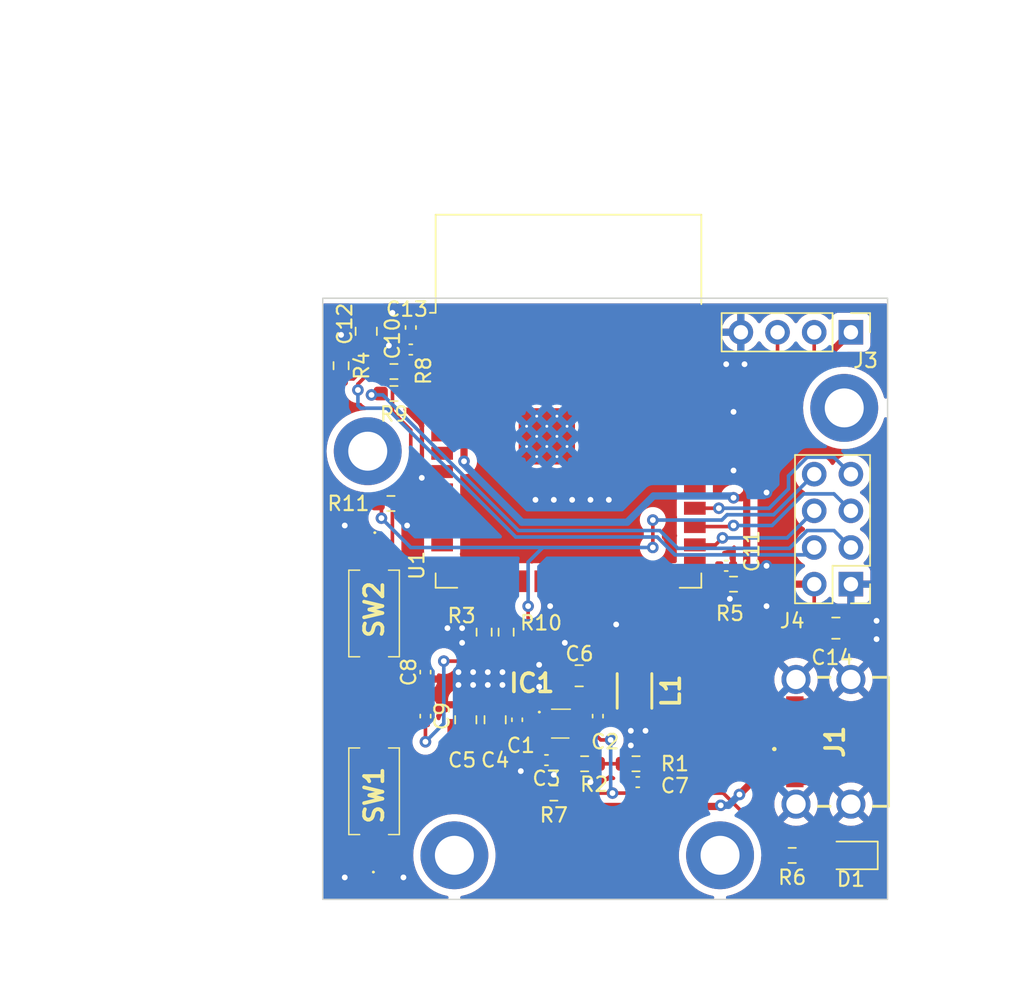
<source format=kicad_pcb>
(kicad_pcb (version 20221018) (generator pcbnew)
  (layers (0 "F.Cu" signal) (31 "B.Cu" signal) (34 "B.Paste" user) (35 "F.Paste" user) (36 "B.SilkS" user "B.Silkscreen") (37 "F.SilkS" user "F.Silkscreen") (38 "B.Mask" user) (39 "F.Mask" user) (44 "Edge.Cuts" user))
  (net 0 "")
  (net 1 "GND")
  (net 2 "Net-(D1-A)")
  (net 3 "+5V")
  (net 4 "Net-(IC1-VCC)")
  (net 5 "Net-(IC1-FB)")
  (net 6 "Net-(IC1-PG)")
  (net 7 "Net-(IC1-BST)")
  (net 8 "Net-(IC1-SW)")
  (net 11 "+3V3")
  (net 12 "CSN")
  (net 13 "CE")
  (net 14 "SPI_CLK")
  (net 15 "SPI_MOSI")
  (net 16 "SPI_MISO")
  (net 17 "IRQ")
  (net 18 "BOOT")
  (net 19 "EN")
  (net 20 "Net-(U1-GPIO4{slash}TOUCH4{slash}ADC1_CH3)")
  (net 21 "Net-(U1-GPIO5{slash}TOUCH5{slash}ADC1_CH4)")
  (net 26 "Net-(U1-GPIO17{slash}U1TXD{slash}ADC2_CH6)")
  (net 32 "GPIO46")
  (net 33 "Net-(U1-GPIO9{slash}TOUCH9{slash}ADC1_CH8{slash}FSPIHD{slash}SUBSPIHD)")
  (net 48 "RXD0")
  (net 49 "TXD0")
  (footprint "Resistor_SMD:R_0603_1608Metric_Pad0.98x0.95mm_HandSolder" (layer "F.Cu") (at 72.4935 47.244 180)
    (fp_text reference "R9" (at 0 -1.43) (layer "F.SilkS"))
    (fp_text value "R0")
    (pad "1" smd roundrect (at -0.9125 0 180) (size 0.975 0.95) (layers "F.Cu" "F.Paste" "F.Mask") (net 21 "Net-(U1-GPIO5{slash}TOUCH5{slash}ADC1_CH4)"))
    (pad "2" smd roundrect (at 0.9125 0 180) (size 0.975 0.95) (layers "F.Cu" "F.Paste" "F.Mask") (net 12 "CSN"))
  )
  (footprint "libraries:PTS636SP50SMTRLFS" (layer "F.Cu") (at 71.12 62.484 -90)
    (fp_text reference "SW2" (at -0.275 0 90) (layer "F.SilkS") (effects (font (size 1.27 1.27) (thickness 0.254))))
    (fp_text value "SW_Omron_B3FS" hide)
    (pad "1" smd rect (at -4.1 0) (size 1.5 2) (layers "F.Cu" "F.Paste" "F.Mask") (net 1 "GND"))
    (pad "2" smd rect (at 4.1 0) (size 1.5 2) (layers "F.Cu" "F.Paste" "F.Mask") (net 19 "EN"))
  )
  (footprint "Capacitor_SMD:C_0805_2012Metric_Pad1.18x1.45mm_HandSolder" (layer "F.Cu") (at 103.1025 63.5)
    (fp_text reference "C14" (at -0.254 2.032) (layer "F.SilkS"))
    (fp_text value "100uF")
    (pad "1" smd roundrect (at -1.0375 0) (size 1.175 1.45) (layers "F.Cu" "F.Paste" "F.Mask") (roundrect_rratio 0.2127659574) (net 11 "+3V3"))
    (pad "2" smd roundrect (at 1.0375 0) (size 1.175 1.45) (layers "F.Cu" "F.Paste" "F.Mask") (roundrect_rratio 0.2127659574) (net 1 "GND"))
  )
  (footprint "Capacitor_SMD:C_0805_2012Metric_Pad1.18x1.45mm_HandSolder" (layer "F.Cu") (at 77.47 69.85 90)
    (fp_text reference "C5" (at -2.794 -0.254 180) (layer "F.SilkS"))
    (fp_text value "10uF")
    (pad "1" smd roundrect (at -1.0375 0 90) (size 1.175 1.45) (layers "F.Cu" "F.Paste" "F.Mask") (roundrect_rratio 0.2127659574) (net 3 "+5V"))
    (pad "2" smd roundrect (at 1.0375 0 90) (size 1.175 1.45) (layers "F.Cu" "F.Paste" "F.Mask") (roundrect_rratio 0.2127659574) (net 1 "GND"))
  )
  (footprint "Resistor_SMD:R_0603_1608Metric_Pad0.98x0.95mm_HandSolder" (layer "F.Cu") (at 96.012 60.452 180)
    (fp_text reference "R5" (at 0.254 -2.032) (layer "F.SilkS"))
    (fp_text value "10k")
    (pad "1" smd roundrect (at -0.9125 0 180) (size 0.975 0.95) (layers "F.Cu" "F.Paste" "F.Mask") (net 11 "+3V3"))
    (pad "2" smd roundrect (at 0.9125 0 180) (size 0.975 0.95) (layers "F.Cu" "F.Paste" "F.Mask") (net 18 "BOOT"))
  )
  (footprint "Capacitor_SMD:C_0402_1005Metric" (layer "F.Cu") (at 89.38 74.168 180)
    (fp_text reference "C7" (at -2.568 -0.254) (layer "F.SilkS"))
    (fp_text value "22pF")
    (pad "1" smd roundrect (at -0.48 0 180) (size 0.56 0.62) (layers "F.Cu" "F.Paste" "F.Mask") (net 11 "+3V3"))
    (pad "2" smd roundrect (at 0.48 0 180) (size 0.56 0.62) (layers "F.Cu" "F.Paste" "F.Mask") (net 5 "Net-(IC1-FB)"))
  )
  (footprint "Capacitor_SMD:C_0805_2012Metric_Pad1.18x1.45mm_HandSolder" (layer "F.Cu") (at 85.3225 66.802 180)
    (fp_text reference "C6" (at -0.0215 1.524) (layer "F.SilkS"))
    (fp_text value "22uF")
    (pad "1" smd roundrect (at -1.0375 0 180) (size 1.175 1.45) (layers "F.Cu" "F.Paste" "F.Mask") (roundrect_rratio 0.2127659574) (net 11 "+3V3"))
    (pad "2" smd roundrect (at 1.0375 0 180) (size 1.175 1.45) (layers "F.Cu" "F.Paste" "F.Mask") (roundrect_rratio 0.2127659574) (net 1 "GND"))
  )
  (footprint "libraries:2171750001" (layer "F.Cu") (at 103.29 71.376 90)
    (fp_text reference "J1" (at 0 -0.252 90) (layer "F.SilkS") (effects (font (size 1.27 1.27) (thickness 0.254))))
    (fp_text value "217175-0001" hide)
    (pad "A5" smd rect (at -0.5 -3.03 90) (size 0.7 1.2) (layers "F.Cu" "F.Paste" "F.Mask"))
    (pad "A9" smd rect (at 1.52 -3.03 90) (size 0.76 1.2) (layers "F.Cu" "F.Paste" "F.Mask") (net 3 "+5V"))
    (pad "A12" smd rect (at 2.75 -3.03 90) (size 0.8 1.2) (layers "F.Cu" "F.Paste" "F.Mask") (net 1 "GND"))
    (pad "B5" smd rect (at 0.5 -3.03 90) (size 0.7 1.2) (layers "F.Cu" "F.Paste" "F.Mask"))
    (pad "B9" smd rect (at -1.52 -3.03 90) (size 0.76 1.2) (layers "F.Cu" "F.Paste" "F.Mask") (net 3 "+5V"))
    (pad "B12" smd rect (at -2.75 -3.03 90) (size 0.8 1.2) (layers "F.Cu" "F.Paste" "F.Mask") (net 1 "GND"))
    (pad "MH1" thru_hole circle (at -4.32 0.85 90) (size 2.01 2.01) (drill 1.34) (layers "*.Cu" "*.Mask") (net 1 "GND"))
    (pad "MH2" thru_hole circle (at 4.32 0.85 90) (size 2.01 2.01) (drill 1.34) (layers "*.Cu" "*.Mask") (net 1 "GND"))
    (pad "MH3" thru_hole circle (at -4.32 -2.95 90) (size 2.01 2.01) (drill 1.34) (layers "*.Cu" "*.Mask") (net 1 "GND"))
    (pad "MH4" thru_hole circle (at 4.32 -2.95 90) (size 2.01 2.01) (drill 1.34) (layers "*.Cu" "*.Mask") (net 1 "GND"))
  )
  (footprint "Capacitor_SMD:C_0402_1005Metric" (layer "F.Cu") (at 73.66 42.672 -90)
    (fp_text reference "C13" (at -1.27 0.266747 -180) (layer "F.SilkS"))
    (fp_text value "0.1uF")
    (pad "1" smd roundrect (at -0.48 0 270) (size 0.56 0.62) (layers "F.Cu" "F.Paste" "F.Mask") (net 1 "GND"))
    (pad "2" smd roundrect (at 0.48 0 270) (size 0.56 0.62) (layers "F.Cu" "F.Paste" "F.Mask") (net 11 "+3V3"))
  )
  (footprint "Capacitor_SMD:C_0402_1005Metric" (layer "F.Cu") (at 86.614 69.596 90)
    (fp_text reference "C2" (at -1.778 0.508 180) (layer "F.SilkS"))
    (fp_text value "0.1uF")
    (pad "1" smd roundrect (at -0.48 0 90) (size 0.56 0.62) (layers "F.Cu" "F.Paste" "F.Mask") (net 7 "Net-(IC1-BST)"))
    (pad "2" smd roundrect (at 0.48 0 90) (size 0.56 0.62) (layers "F.Cu" "F.Paste" "F.Mask") (net 8 "Net-(IC1-SW)"))
  )
  (footprint "Capacitor_SMD:C_0402_1005Metric" (layer "F.Cu") (at 74.676 66.548 90)
    (fp_text reference "C8" (at 0 -1.16 90) (layer "F.SilkS"))
    (fp_text value "0.1uF")
    (pad "1" smd roundrect (at -0.48 0 90) (size 0.56 0.62) (layers "F.Cu" "F.Paste" "F.Mask") (net 1 "GND"))
    (pad "2" smd roundrect (at 0.48 0 90) (size 0.56 0.62) (layers "F.Cu" "F.Paste" "F.Mask") (net 19 "EN"))
  )
  (footprint "MountingHole:MountingHole_2.7mm_M2.5_DIN965_Pad" (layer "F.Cu") (at 70.68 51.24)
    (fp_text reference "REF**" hide)
    (fp_text value "MountingHole_2.7mm_M2.5_DIN965_Pad")
    (pad "1" thru_hole circle (at 0 0) (size 4.7 4.7) (drill 2.7) (layers "*.Cu" "*.Mask"))
  )
  (footprint "libraries:INDPM2424X100N" (layer "F.Cu") (at 89.154 67.852 90)
    (fp_text reference "L1" (at 0 2.526 90) (layer "F.SilkS") (effects (font (size 1.27 1.27) (thickness 0.254))))
    (fp_text value "3.3uH" hide)
    (pad "1" smd rect (at -1.05 0 90) (size 1.5 1.55) (layers "F.Cu" "F.Paste" "F.Mask") (net 8 "Net-(IC1-SW)"))
    (pad "2" smd rect (at 1.05 0 90) (size 1.5 1.55) (layers "F.Cu" "F.Paste" "F.Mask") (net 11 "+3V3"))
  )
  (footprint "Resistor_SMD:R_0603_1608Metric_Pad0.98x0.95mm_HandSolder" (layer "F.Cu") (at 68.834 45.3155 -90)
    (fp_text reference "R4" (at 0 -1.43 90) (layer "F.SilkS"))
    (fp_text value "10k")
    (pad "1" smd roundrect (at -0.9125 0 270) (size 0.975 0.95) (layers "F.Cu" "F.Paste" "F.Mask") (net 11 "+3V3"))
    (pad "2" smd roundrect (at 0.9125 0 270) (size 0.975 0.95) (layers "F.Cu" "F.Paste" "F.Mask") (net 19 "EN"))
  )
  (footprint "Capacitor_SMD:C_0402_1005Metric" (layer "F.Cu") (at 95.504 59.182 180)
    (fp_text reference "C11" (at -1.778 1.016 90) (layer "F.SilkS"))
    (fp_text value "0.1uF")
    (pad "1" smd roundrect (at -0.48 0 180) (size 0.56 0.62) (layers "F.Cu" "F.Paste" "F.Mask") (net 1 "GND"))
    (pad "2" smd roundrect (at 0.48 0 180) (size 0.56 0.62) (layers "F.Cu" "F.Paste" "F.Mask") (net 18 "BOOT"))
  )
  (footprint "" (layer "F.Cu") (at 95.08 79.24)
    (fp_text reference "" (at 0 0) (layer "F.SilkS") (effects (font (size 1.27 1.27))))
    (fp_text value "" (at 0 0) (layer "F.SilkS") (effects (font (size 1.27 1.27))))
    (pad "1" thru_hole circle (at 0 0) (size 4.7 4.7) (drill 2.7) (layers "*.Cu" "*.Mask"))
  )
  (footprint "Capacitor_SMD:C_0402_1005Metric" (layer "F.Cu") (at 73.66 44.196)
    (fp_text reference "C10" (at -1.27 -0.762 -90) (layer "F.SilkS"))
    (fp_text value "0.1uF")
    (pad "1" smd roundrect (at -0.48 0) (size 0.56 0.62) (layers "F.Cu" "F.Paste" "F.Mask") (net 1 "GND"))
    (pad "2" smd roundrect (at 0.48 0) (size 0.56 0.62) (layers "F.Cu" "F.Paste" "F.Mask") (net 19 "EN"))
  )
  (footprint "libraries:ESP32-S3-WROOM-1" (layer "F.Cu") (at 84.582 47.752)
    (fp_text reference "U1" (at -10.5 11.4 90 unlocked) (layer "F.SilkS"))
    (fp_text value "ESP32-S3-WROOM-1")
    (pad "1" smd rect (at -8.75 -5.26) (size 1.5 0.9) (layers "F.Cu" "F.Paste" "F.Mask") (net 1 "GND"))
    (pad "2" smd rect (at -8.75 -3.99) (size 1.5 0.9) (layers "F.Cu" "F.Paste" "F.Mask") (net 11 "+3V3"))
    (pad "3" smd rect (at -8.75 -2.72) (size 1.5 0.9) (layers "F.Cu" "F.Paste" "F.Mask") (net 19 "EN"))
    (pad "4" smd rect (at -8.75 -1.45) (size 1.5 0.9) (layers "F.Cu" "F.Paste" "F.Mask") (net 20 "Net-(U1-GPIO4{slash}TOUCH4{slash}ADC1_CH3)"))
    (pad "5" smd rect (at -8.75 -0.18) (size 1.5 0.9) (layers "F.Cu" "F.Paste" "F.Mask") (net 21 "Net-(U1-GPIO5{slash}TOUCH5{slash}ADC1_CH4)"))
    (pad "6" smd rect (at -8.75 1.09) (size 1.5 0.9) (layers "F.Cu" "F.Paste" "F.Mask"))
    (pad "7" smd rect (at -8.75 2.36) (size 1.5 0.9) (layers "F.Cu" "F.Paste" "F.Mask"))
    (pad "8" smd rect (at -8.75 3.63) (size 1.5 0.9) (layers "F.Cu" "F.Paste" "F.Mask"))
    (pad "9" smd rect (at -8.75 4.9) (size 1.5 0.9) (layers "F.Cu" "F.Paste" "F.Mask"))
    (pad "10" smd rect (at -8.75 6.17) (size 1.5 0.9) (layers "F.Cu" "F.Paste" "F.Mask") (net 26 "Net-(U1-GPIO17{slash}U1TXD{slash}ADC2_CH6)"))
    (pad "11" smd rect (at -8.75 7.44) (size 1.5 0.9) (layers "F.Cu" "F.Paste" "F.Mask"))
    (pad "12" smd rect (at -8.75 8.71) (size 1.5 0.9) (layers "F.Cu" "F.Paste" "F.Mask"))
    (pad "13" smd rect (at -8.75 9.98) (size 1.5 0.9) (layers "F.Cu" "F.Paste" "F.Mask"))
    (pad "14" smd rect (at -8.75 11.25 180) (size 1.5 0.9) (layers "F.Cu" "F.Paste" "F.Mask"))
    (pad "15" smd rect (at -6.985 12.5 270) (size 1.5 0.9) (layers "F.Cu" "F.Paste" "F.Mask"))
    (pad "16" smd rect (at -5.715 12.5 270) (size 1.5 0.9) (layers "F.Cu" "F.Paste" "F.Mask") (net 32 "GPIO46"))
    (pad "17" smd rect (at -4.445 12.5 270) (size 1.5 0.9) (layers "F.Cu" "F.Paste" "F.Mask") (net 33 "Net-(U1-GPIO9{slash}TOUCH9{slash}ADC1_CH8{slash}FSPIHD{slash}SUBSPIHD)"))
    (pad "18" smd rect (at -3.175 12.5 270) (size 1.5 0.9) (layers "F.Cu" "F.Paste" "F.Mask"))
    (pad "19" smd rect (at -1.905 12.5 270) (size 1.5 0.9) (layers "F.Cu" "F.Paste" "F.Mask"))
    (pad "20" smd rect (at -0.635 12.5 270) (size 1.5 0.9) (layers "F.Cu" "F.Paste" "F.Mask"))
    (pad "21" smd rect (at 0.635 12.5 270) (size 1.5 0.9) (layers "F.Cu" "F.Paste" "F.Mask"))
    (pad "22" smd rect (at 1.905 12.5 270) (size 1.5 0.9) (layers "F.Cu" "F.Paste" "F.Mask"))
    (pad "23" smd rect (at 3.175 12.5 270) (size 1.5 0.9) (layers "F.Cu" "F.Paste" "F.Mask"))
    (pad "24" smd rect (at 4.445 12.5 270) (size 1.5 0.9) (layers "F.Cu" "F.Paste" "F.Mask"))
    (pad "25" smd rect (at 5.715 12.5 270) (size 1.5 0.9) (layers "F.Cu" "F.Paste" "F.Mask"))
    (pad "26" smd rect (at 6.985 12.5 270) (size 1.5 0.9) (layers "F.Cu" "F.Paste" "F.Mask"))
    (pad "27" smd rect (at 8.75 11.25) (size 1.5 0.9) (layers "F.Cu" "F.Paste" "F.Mask") (net 18 "BOOT"))
    (pad "28" smd rect (at 8.75 9.98) (size 1.5 0.9) (layers "F.Cu" "F.Paste" "F.Mask") (net 15 "SPI_MOSI"))
    (pad "29" smd rect (at 8.75 8.71) (size 1.5 0.9) (layers "F.Cu" "F.Paste" "F.Mask") (net 14 "SPI_CLK"))
    (pad "30" smd rect (at 8.75 7.44) (size 1.5 0.9) (layers "F.Cu" "F.Paste" "F.Mask") (net 16 "SPI_MISO"))
    (pad "31" smd rect (at 8.75 6.17) (size 1.5 0.9) (layers "F.Cu" "F.Paste" "F.Mask"))
    (pad "32" smd rect (at 8.75 4.9) (size 1.5 0.9) (layers "F.Cu" "F.Paste" "F.Mask"))
    (pad "33" smd rect (at 8.75 3.63) (size 1.5 0.9) (layers "F.Cu" "F.Paste" "F.Mask"))
    (pad "34" smd rect (at 8.75 2.36) (size 1.5 0.9) (layers "F.Cu" "F.Paste" "F.Mask"))
    (pad "35" smd rect (at 8.75 1.09) (size 1.5 0.9) (layers "F.Cu" "F.Paste" "F.Mask"))
    (pad "36" smd rect (at 8.75 -0.18) (size 1.5 0.9) (layers "F.Cu" "F.Paste" "F.Mask") (net 48 "RXD0"))
    (pad "37" smd rect (at 8.75 -1.45) (size 1.5 0.9) (layers "F.Cu" "F.Paste" "F.Mask") (net 49 "TXD0"))
    (pad "38" smd rect (at 8.75 -2.72) (size 1.5 0.9) (layers "F.Cu" "F.Paste" "F.Mask"))
    (pad "39" smd rect (at 8.75 -3.99) (size 1.5 0.9) (layers "F.Cu" "F.Paste" "F.Mask"))
    (pad "40" smd rect (at 8.75 -5.26) (size 1.5 0.9) (layers "F.Cu" "F.Paste" "F.Mask") (net 1 "GND"))
    (pad "41" thru_hole circle (at -2.9 1.76 90) (size 0.6 0.6) (drill 0.2) (property pad_prop_heatsink) (layers "*.Cu" "F.Mask") (net 1 "GND"))
    (pad "41" thru_hole circle (at -2.9 3.16) (size 0.6 0.6) (drill 0.2) (property pad_prop_heatsink) (layers "*.Cu" "F.Mask") (net 1 "GND"))
    (pad "41" thru_hole circle (at -2.2 1.06) (size 0.6 0.6) (drill 0.2) (property pad_prop_heatsink) (layers "*.Cu" "F.Mask") (net 1 "GND"))
    (pad "41" thru_hole circle (at -2.2 2.46) (size 0.6 0.6) (drill 0.2) (property pad_prop_heatsink) (layers "*.Cu" "F.Mask") (net 1 "GND"))
    (pad "41" thru_hole circle (at -2.2 3.86) (size 0.6 0.6) (drill 0.2) (property pad_prop_heatsink) (layers "*.Cu" "F.Mask") (net 1 "GND"))
    (pad "41" thru_hole circle (at -1.5 1.76) (size 0.6 0.6) (drill 0.2) (property pad_prop_heatsink) (layers "*.Cu" "F.Mask") (net 1 "GND"))
    (pad "41" smd rect (at -1.5 2.46 270) (size 3.9 3.9) (layers "F.Cu" "F.Mask") (net 1 "GND"))
    (pad "41" thru_hole circle (at -1.5 3.16) (size 0.6 0.6) (drill 0.2) (property pad_prop_heatsink) (layers "*.Cu" "F.Mask") (net 1 "GND"))
    (pad "41" thru_hole circle (at -0.8 1.06) (size 0.6 0.6) (drill 0.2) (property pad_prop_heatsink) (layers "*.Cu" "F.Mask") (net 1 "GND"))
    (pad "41" thru_hole circle (at -0.8 2.46) (size 0.6 0.6) (drill 0.2) (property pad_prop_heatsink) (layers "*.Cu" "F.Mask") (net 1 "GND"))
    (pad "41" thru_hole circle (at -0.8 3.86) (size 0.6 0.6) (drill 0.2) (property pad_prop_heatsink) (layers "*.Cu" "F.Mask") (net 1 "GND"))
    (pad "41" thru_hole circle (at -0.1 1.76) (size 0.6 0.6) (drill 0.2) (property pad_prop_heatsink) (layers "*.Cu" "F.Mask") (net 1 "GND"))
    (pad "41" thru_hole circle (at -0.1 3.16) (size 0.6 0.6) (drill 0.2) (property pad_prop_heatsink) (layers "*.Cu" "F.Mask") (net 1 "GND"))
    (zone (net 0) (net_name "") (layers "F.Cu" "In1.Cu" "B.Cu") (connect_pads (clearance 0)) (min_thickness 0.254)
      (keepout (tracks not_allowed) (vias not_allowed) (pads not_allowed) (copperpour not_allowed) (footprints not_allowed))
      (fill (thermal_gap 0.508) (thermal_bridge_width 0.508))
      (polygon (pts (xy 60.582 41.002) (xy 108.582 41.002) (xy 108.582 20.002) (xy 60.582 20.002)))
    )
  )
  (footprint "Resistor_SMD:R_0603_1608Metric_Pad0.98x0.95mm_HandSolder" (layer "F.Cu") (at 78.74 63.7775 -90)
    (fp_text reference "R3" (at -1.1375 1.56 -180) (layer "F.SilkS"))
    (fp_text value "2k")
    (pad "1" smd roundrect (at -0.9125 0 270) (size 0.975 0.95) (layers "F.Cu" "F.Paste" "F.Mask") (net 32 "GPIO46"))
    (pad "2" smd roundrect (at 0.9125 0 270) (size 0.975 0.95) (layers "F.Cu" "F.Paste" "F.Mask") (net 1 "GND"))
  )
  (footprint "libraries:MP2322GQHZ" (layer "F.Cu") (at 84.012 70.116)
    (fp_text reference "IC1" (at -1.97 -2.806) (layer "F.SilkS") (effects (font (size 1.27 1.27) (thickness 0.254))))
    (fp_text value "MP2322GQH-Z" hide)
    (pad "1" smd rect (at -0.675 -0.75 90) (size 0.25 0.75) (layers "F.Cu" "F.Paste" "F.Mask") (net 1 "GND"))
    (pad "2" smd rect (at -0.7 -0.25 90) (size 0.25 0.7) (layers "F.Cu" "F.Paste" "F.Mask") (net 3 "+5V"))
    (pad "3" smd rect (at -0.7 0.25 90) (size 0.25 0.7) (layers "F.Cu" "F.Paste" "F.Mask") (net 3 "+5V"))
    (pad "4" smd rect (at -0.7 0.75 90) (size 0.25 0.7) (layers "F.Cu" "F.Paste" "F.Mask") (net 4 "Net-(IC1-VCC)"))
    (pad "5" smd rect (at 0.7 0.75 90) (size 0.25 0.7) (layers "F.Cu" "F.Paste" "F.Mask") (net 5 "Net-(IC1-FB)"))
    (pad "6" smd rect (at 0.7 0.25 90) (size 0.25 0.7) (layers "F.Cu" "F.Paste" "F.Mask") (net 6 "Net-(IC1-PG)"))
    (pad "7" smd rect (at 0.7 -0.25 90) (size 0.25 0.7) (layers "F.Cu" "F.Paste" "F.Mask") (net 7 "Net-(IC1-BST)"))
    (pad "8" smd rect (at 0.7 -0.75 90) (size 0.25 0.7) (layers "F.Cu" "F.Paste" "F.Mask") (net 8 "Net-(IC1-SW)"))
  )
  (footprint "Resistor_SMD:R_0603_1608Metric_Pad0.98x0.95mm_HandSolder" (layer "F.Cu") (at 72.4935 45.72 180)
    (fp_text reference "R8" (at -2.05741 0.049901 90) (layer "F.SilkS"))
    (fp_text value "R0")
    (pad "1" smd roundrect (at -0.9125 0 180) (size 0.975 0.95) (layers "F.Cu" "F.Paste" "F.Mask") (net 20 "Net-(U1-GPIO4{slash}TOUCH4{slash}ADC1_CH3)"))
    (pad "2" smd roundrect (at 0.9125 0 180) (size 0.975 0.95) (layers "F.Cu" "F.Paste" "F.Mask") (net 13 "CE"))
  )
  (footprint "Capacitor_SMD:C_0402_1005Metric" (layer "F.Cu") (at 83.058 72.644)
    (fp_text reference "C3" (at 0 1.27) (layer "F.SilkS"))
    (fp_text value "1uF")
    (pad "1" smd roundrect (at -0.48 0) (size 0.56 0.62) (layers "F.Cu" "F.Paste" "F.Mask") (net 4 "Net-(IC1-VCC)"))
    (pad "2" smd roundrect (at 0.48 0) (size 0.56 0.62) (layers "F.Cu" "F.Paste" "F.Mask") (net 1 "GND"))
  )
  (footprint "libraries:PTS636SP50SMTRLFS" (layer "F.Cu") (at 71.12 74.803 90)
    (fp_text reference "SW1" (at -0.275 0 90) (layer "F.SilkS") (effects (font (size 1.27 1.27) (thickness 0.254))))
    (fp_text value "SW_Omron_B3FS" hide)
    (pad "1" smd rect (at -4.1 0 180) (size 1.5 2) (layers "F.Cu" "F.Paste" "F.Mask") (net 1 "GND"))
    (pad "2" smd rect (at 4.1 0 180) (size 1.5 2) (layers "F.Cu" "F.Paste" "F.Mask") (net 18 "BOOT"))
  )
  (footprint "Resistor_SMD:R_0603_1608Metric_Pad0.98x0.95mm_HandSolder" (layer "F.Cu") (at 85.7015 72.898 180)
    (fp_text reference "R2" (at -0.6585 -1.43) (layer "F.SilkS"))
    (fp_text value "220k")
    (pad "1" smd roundrect (at -0.9125 0 180) (size 0.975 0.95) (layers "F.Cu" "F.Paste" "F.Mask") (net 5 "Net-(IC1-FB)"))
    (pad "2" smd roundrect (at 0.9125 0 180) (size 0.975 0.95) (layers "F.Cu" "F.Paste" "F.Mask") (net 1 "GND"))
  )
  (footprint "Resistor_SMD:R_0603_1608Metric_Pad0.98x0.95mm_HandSolder" (layer "F.Cu") (at 100.076 79.248)
    (fp_text reference "R6" (at 0 1.524) (layer "F.SilkS"))
    (fp_text value "75R")
    (pad "1" smd roundrect (at -0.9125 0) (size 0.975 0.95) (layers "F.Cu" "F.Paste" "F.Mask") (net 6 "Net-(IC1-PG)"))
    (pad "2" smd roundrect (at 0.9125 0) (size 0.975 0.95) (layers "F.Cu" "F.Paste" "F.Mask") (net 2 "Net-(D1-A)"))
  )
  (footprint "Connector_PinHeader_2.54mm:PinHeader_1x04_P2.54mm_Vertical" (layer "F.Cu") (at 104.14 43 -90)
    (fp_text reference "J3" (at 1.958 -1.016 -180) (layer "F.SilkS"))
    (fp_text value "DEBUG")
    (pad "1" thru_hole rect (at 0 0 270) (size 1.7 1.7) (drill 1) (layers "*.Cu" "*.Mask") (net 11 "+3V3"))
    (pad "2" thru_hole oval (at 0 2.54 270) (size 1.7 1.7) (drill 1) (layers "*.Cu" "*.Mask") (net 48 "RXD0"))
    (pad "3" thru_hole oval (at 0 5.08 270) (size 1.7 1.7) (drill 1) (layers "*.Cu" "*.Mask") (net 49 "TXD0"))
    (pad "4" thru_hole oval (at 0 7.62 270) (size 1.7 1.7) (drill 1) (layers "*.Cu" "*.Mask") (net 1 "GND"))
  )
  (footprint "Capacitor_SMD:C_0805_2012Metric_Pad1.18x1.45mm_HandSolder" (layer "F.Cu") (at 79.502 69.85 90)
    (fp_text reference "C4" (at -2.794 0 180) (layer "F.SilkS"))
    (fp_text value "10uF")
    (pad "1" smd roundrect (at -1.0375 0 90) (size 1.175 1.45) (layers "F.Cu" "F.Paste" "F.Mask") (roundrect_rratio 0.2127659574) (net 3 "+5V"))
    (pad "2" smd roundrect (at 1.0375 0 90) (size 1.175 1.45) (layers "F.Cu" "F.Paste" "F.Mask") (roundrect_rratio 0.2127659574) (net 1 "GND"))
  )
  (footprint "" (layer "F.Cu") (at 76.68 79.24)
    (fp_text reference "" (at 0 0) (layer "F.SilkS") (effects (font (size 1.27 1.27))))
    (fp_text value "" (at 0 0) (layer "F.SilkS") (effects (font (size 1.27 1.27))))
    (pad "1" thru_hole circle (at 0 0) (size 4.7 4.7) (drill 2.7) (layers "*.Cu" "*.Mask"))
  )
  (footprint "Capacitor_SMD:C_0402_1005Metric" (layer "F.Cu") (at 74.676 69.596 -90)
    (fp_text reference "C9" (at 0 -1.16 90) (layer "F.SilkS"))
    (fp_text value "0.1uF")
    (pad "1" smd roundrect (at -0.48 0 270) (size 0.56 0.62) (layers "F.Cu" "F.Paste" "F.Mask") (net 1 "GND"))
    (pad "2" smd roundrect (at 0.48 0 270) (size 0.56 0.62) (layers "F.Cu" "F.Paste" "F.Mask") (net 18 "BOOT"))
  )
  (footprint "Connector_PinHeader_2.54mm:PinHeader_2x04_P2.54mm_Vertical" (layer "F.Cu") (at 104.14 60.452 180)
    (fp_text reference "J4" (at 4.064 -2.54) (layer "F.SilkS"))
    (fp_text value "NRF24L01+")
    (pad "1" thru_hole rect (at 0 0 180) (size 1.7 1.7) (drill 1) (layers "*.Cu" "*.Mask") (net 1 "GND"))
    (pad "2" thru_hole oval (at 2.54 0 180) (size 1.7 1.7) (drill 1) (layers "*.Cu" "*.Mask") (net 11 "+3V3"))
    (pad "3" thru_hole oval (at 0 2.54 180) (size 1.7 1.7) (drill 1) (layers "*.Cu" "*.Mask") (net 12 "CSN"))
    (pad "4" thru_hole oval (at 2.54 2.54 180) (size 1.7 1.7) (drill 1) (layers "*.Cu" "*.Mask") (net 13 "CE"))
    (pad "5" thru_hole oval (at 0 5.08 180) (size 1.7 1.7) (drill 1) (layers "*.Cu" "*.Mask") (net 14 "SPI_CLK"))
    (pad "6" thru_hole oval (at 2.54 5.08 180) (size 1.7 1.7) (drill 1) (layers "*.Cu" "*.Mask") (net 15 "SPI_MOSI"))
    (pad "7" thru_hole oval (at 0 7.62 180) (size 1.7 1.7) (drill 1) (layers "*.Cu" "*.Mask") (net 16 "SPI_MISO"))
    (pad "8" thru_hole oval (at 2.54 7.62 180) (size 1.7 1.7) (drill 1) (layers "*.Cu" "*.Mask") (net 17 "IRQ"))
  )
  (footprint "LED_SMD:LED_0805_2012Metric_Pad1.15x1.40mm_HandSolder" (layer "F.Cu") (at 104.14 79.248 180)
    (fp_text reference "D1" (at 0 -1.65) (layer "F.SilkS"))
    (fp_text value "LED_Small")
    (pad "1" smd roundrect (at -1.025 0 180) (size 1.15 1.4) (layers "F.Cu" "F.Paste" "F.Mask") (roundrect_rratio 0.2173913043) (net 1 "GND"))
    (pad "2" smd roundrect (at 1.025 0 180) (size 1.15 1.4) (layers "F.Cu" "F.Paste" "F.Mask") (roundrect_rratio 0.2173913043) (net 2 "Net-(D1-A)"))
  )
  (footprint "Resistor_SMD:R_0603_1608Metric_Pad0.98x0.95mm_HandSolder" (layer "F.Cu") (at 83.566 74.93)
    (fp_text reference "R7" (at 0 1.524) (layer "F.SilkS"))
    (fp_text value "100k")
    (pad "1" smd roundrect (at -0.9125 0) (size 0.975 0.95) (layers "F.Cu" "F.Paste" "F.Mask") (net 4 "Net-(IC1-VCC)"))
    (pad "2" smd roundrect (at 0.9125 0) (size 0.975 0.95) (layers "F.Cu" "F.Paste" "F.Mask") (net 6 "Net-(IC1-PG)"))
  )
  (footprint "Capacitor_SMD:C_0805_2012Metric_Pad1.18x1.45mm_HandSolder" (layer "F.Cu") (at 70.575921 42.93398 -90)
    (fp_text reference "C12" (at -0.51598 1.487921 90) (layer "F.SilkS"))
    (fp_text value "22uF")
    (pad "1" smd roundrect (at -1.0375 0 270) (size 1.175 1.45) (layers "F.Cu" "F.Paste" "F.Mask") (roundrect_rratio 0.2127659574) (net 1 "GND"))
    (pad "2" smd roundrect (at 1.0375 0 270) (size 1.175 1.45) (layers "F.Cu" "F.Paste" "F.Mask") (roundrect_rratio 0.2127659574) (net 11 "+3V3"))
  )
  (footprint "Resistor_SMD:R_0603_1608Metric_Pad0.98x0.95mm_HandSolder" (layer "F.Cu") (at 72.2865 54.864 180)
    (fp_text reference "R11" (at 2.9445 0) (layer "F.SilkS"))
    (fp_text value "R0")
    (pad "1" smd roundrect (at -0.9125 0 180) (size 0.975 0.95) (layers "F.Cu" "F.Paste" "F.Mask") (net 26 "Net-(U1-GPIO17{slash}U1TXD{slash}ADC2_CH6)"))
    (pad "2" smd roundrect (at 0.9125 0 180) (size 0.975 0.95) (layers "F.Cu" "F.Paste" "F.Mask") (net 17 "IRQ"))
  )
  (footprint "Resistor_SMD:R_0603_1608Metric_Pad0.98x0.95mm_HandSolder" (layer "F.Cu") (at 80.264 63.7775 -90)
    (fp_text reference "R10" (at -0.6375 -2.416 -180) (layer "F.SilkS"))
    (fp_text value "R0")
    (pad "1" smd roundrect (at -0.9125 0 270) (size 0.975 0.95) (layers "F.Cu" "F.Paste" "F.Mask") (net 33 "Net-(U1-GPIO9{slash}TOUCH9{slash}ADC1_CH8{slash}FSPIHD{slash}SUBSPIHD)"))
    (pad "2" smd roundrect (at 0.9125 0 270) (size 0.975 0.95) (layers "F.Cu" "F.Paste" "F.Mask") (net 17 "IRQ"))
  )
  (footprint "Capacitor_SMD:C_0402_1005Metric" (layer "F.Cu") (at 81.026 69.85 90)
    (fp_text reference "C1" (at -1.778 0.254 180) (layer "F.SilkS"))
    (fp_text value "0.1uF")
    (pad "1" smd roundrect (at -0.48 0 90) (size 0.56 0.62) (layers "F.Cu" "F.Paste" "F.Mask") (net 3 "+5V"))
    (pad "2" smd roundrect (at 0.48 0 90) (size 0.56 0.62) (layers "F.Cu" "F.Paste" "F.Mask") (net 1 "GND"))
  )
  (footprint "Resistor_SMD:R_0603_1608Metric_Pad0.98x0.95mm_HandSolder" (layer "F.Cu") (at 89.2575 72.898 180)
    (fp_text reference "R1" (at -2.6905 0) (layer "F.SilkS"))
    (fp_text value "976k")
    (pad "1" smd roundrect (at -0.9125 0 180) (size 0.975 0.95) (layers "F.Cu" "F.Paste" "F.Mask") (net 11 "+3V3"))
    (pad "2" smd roundrect (at 0.9125 0 180) (size 0.975 0.95) (layers "F.Cu" "F.Paste" "F.Mask") (net 5 "Net-(IC1-FB)"))
  )
  (footprint "" (layer "F.Cu") (at 103.68 48.24)
    (fp_text reference "" (at 0 0) (layer "F.SilkS") (effects (font (size 1.27 1.27))))
    (fp_text value "" (at 0 0) (layer "F.SilkS") (effects (font (size 1.27 1.27))))
    (pad "1" thru_hole circle (at 0 0) (size 4.7 4.7) (drill 2.7) (layers "*.Cu" "*.Mask"))
  )
  (gr_rect (start 67.564 40.64) (end 106.68 82.296) (stroke (width 0.1)) (fill none) (layer "Edge.Cuts"))
  (segment (start 95.984 59.182) (end 95.984 61.242) (width 0.25) (layer "F.Cu") (net 1))
  (segment (start 95.984 61.242) (end 95.758 61.468) (width 0.25) (layer "F.Cu") (net 1))
  (via (at 76.962 66.548) (size 0.8) (drill 0.4) (layers "F.Cu" "B.Cu") (net 1))
  (via (at 89.916 70.612) (size 0.8) (drill 0.4) (layers "F.Cu" "B.Cu") (net 1))
  (via (at 98.298 59.182) (size 0.8) (drill 0.4) (layers "F.Cu" "B.Cu") (net 1))
  (via (at 73.152 80.772) (size 0.8) (drill 0.4) (layers "F.Cu" "B.Cu") (net 1))
  (via (at 86.106 74.168) (size 0.8) (drill 0.4) (layers "F.Cu" "B.Cu") (net 1))
  (via (at 68.834 43.18) (size 0.8) (drill 0.4) (layers "F.Cu" "B.Cu") (net 1))
  (via (at 72.39 41.656) (size 0.8) (drill 0.4) (layers "F.Cu" "B.Cu") (net 1))
  (via (at 84.328 64.516) (size 0.8) (drill 0.4) (layers "F.Cu" "B.Cu") (net 1))
  (via (at 72.143702 43.921368) (size 0.8) (drill 0.4) (layers "F.Cu" "B.Cu") (net 1))
  (via (at 76.2 63.5) (size 0.8) (drill 0.4) (layers "F.Cu" "B.Cu") (net 1))
  (via (at 82.55 67.564) (size 0.8) (drill 0.4) (layers "F.Cu" "B.Cu") (net 1))
  (via (at 77.978 66.548) (size 0.8) (drill 0.4) (layers "F.Cu" "B.Cu") (net 1))
  (via (at 82.55 66.04) (size 0.8) (drill 0.4) (layers "F.Cu" "B.Cu") (net 1))
  (via (at 80.01 66.548) (size 0.8) (drill 0.4) (layers "F.Cu" "B.Cu") (net 1))
  (via (at 74.422 53.086) (size 0.8) (drill 0.4) (layers "F.Cu" "B.Cu") (net 1))
  (via (at 82.296 54.61) (size 0.8) (drill 0.4) (layers "F.Cu" "B.Cu") (net 1))
  (via (at 105.918 62.992) (size 0.8) (drill 0.4) (layers "F.Cu" "B.Cu") (net 1))
  (via (at 80.01 67.437) (size 0.8) (drill 0.4) (layers "F.Cu" "B.Cu") (net 1))
  (via (at 83.566 54.61) (size 0.8) (drill 0.4) (layers "F.Cu" "B.Cu") (net 1))
  (via (at 73.406 56.388) (size 0.8) (drill 0.4) (layers "F.Cu" "B.Cu") (net 1))
  (via (at 76.962 67.437) (size 0.8) (drill 0.4) (layers "F.Cu" "B.Cu") (net 1))
  (via (at 77.216 63.5) (size 0.8) (drill 0.4) (layers "F.Cu" "B.Cu") (net 1))
  (via (at 87.884 63.246) (size 0.8) (drill 0.4) (layers "F.Cu" "B.Cu") (net 1))
  (via (at 78.994 67.437) (size 0.8) (drill 0.4) (layers "F.Cu" "B.Cu") (net 1))
  (via (at 77.216 64.516) (size 0.8) (drill 0.4) (layers "F.Cu" "B.Cu") (net 1))
  (via (at 78.994 66.548) (size 0.8) (drill 0.4) (layers "F.Cu" "B.Cu") (net 1))
  (via (at 83.312 61.976) (size 0.8) (drill 0.4) (layers "F.Cu" "B.Cu") (net 1))
  (via (at 95.758 61.468) (size 0.8) (drill 0.4) (layers "F.Cu" "B.Cu") (net 1))
  (via (at 95.504 45.212) (size 0.8) (drill 0.4) (layers "F.Cu" "B.Cu") (net 1))
  (via (at 81.28 73.406) (size 0.8) (drill 0.4) (layers "F.Cu" "B.Cu") (net 1))
  (via (at 83.566 73.66) (size 0.8) (drill 0.4) (layers "F.Cu" "B.Cu") (net 1))
  (via (at 105.918 64.262) (size 0.8) (drill 0.4) (layers "F.Cu" "B.Cu") (net 1))
  (via (at 88.9 71.628) (size 0.8) (drill 0.4) (layers "F.Cu" "B.Cu") (net 1))
  (via (at 98.298 54.102) (size 0.8) (drill 0.4) (layers "F.Cu" "B.Cu") (net 1))
  (via (at 86.106 54.61) (size 0.8) (drill 0.4) (layers "F.Cu" "B.Cu") (net 1))
  (via (at 98.298 61.976) (size 0.8) (drill 0.4) (layers "F.Cu" "B.Cu") (net 1))
  (via (at 88.9 70.612) (size 0.8) (drill 0.4) (layers "F.Cu" "B.Cu") (net 1))
  (via (at 96.774 45.212) (size 0.8) (drill 0.4) (layers "F.Cu" "B.Cu") (net 1))
  (via (at 77.978 67.437) (size 0.8) (drill 0.4) (layers "F.Cu" "B.Cu") (net 1))
  (via (at 87.376 54.61) (size 0.8) (drill 0.4) (layers "F.Cu" "B.Cu") (net 1))
  (via (at 69.088 80.772) (size 0.8) (drill 0.4) (layers "F.Cu" "B.Cu") (net 1))
  (via (at 96.012 48.514) (size 0.8) (drill 0.4) (layers "F.Cu" "B.Cu") (net 1))
  (via (at 69.088 56.388) (size 0.8) (drill 0.4) (layers "F.Cu" "B.Cu") (net 1))
  (via (at 96.012 52.578) (size 0.8) (drill 0.4) (layers "F.Cu" "B.Cu") (net 1))
  (via (at 84.836 54.61) (size 0.8) (drill 0.4) (layers "F.Cu" "B.Cu") (net 1))
  (segment (start 103.115 79.248) (end 100.9885 79.248) (width 0.25) (layer "F.Cu") (net 2))
  (segment (start 101.346 70.112) (end 101.346 72.64) (width 0.5) (layer "F.Cu") (net 3))
  (segment (start 95.0495 75.855) (end 82.118728 75.855) (width 0.5) (layer "F.Cu") (net 3))
  (segment (start 79.502 73.238272) (end 79.502 70.8875) (width 0.5) (layer "F.Cu") (net 3))
  (segment (start 100.26 69.856) (end 101.09 69.856) (width 0.5) (layer "F.Cu") (net 3))
  (segment (start 95.125826 75.778674) (end 95.0495 75.855) (width 0.5) (layer "F.Cu") (net 3))
  (segment (start 83.312 70.366) (end 83.312 69.866) (width 0.25) (layer "F.Cu") (net 3))
  (segment (start 98.554 72.896) (end 100.26 72.896) (width 0.5) (layer "F.Cu") (net 3))
  (segment (start 82.118728 75.855) (end 79.502 73.238272) (width 0.5) (layer "F.Cu") (net 3))
  (segment (start 101.346 72.64) (end 101.09 72.896) (width 0.5) (layer "F.Cu") (net 3))
  (segment (start 101.09 72.896) (end 100.26 72.896) (width 0.5) (layer "F.Cu") (net 3))
  (segment (start 96.423174 75.026826) (end 98.554 72.896) (width 0.5) (layer "F.Cu") (net 3))
  (segment (start 101.09 69.856) (end 101.346 70.112) (width 0.5) (layer "F.Cu") (net 3))
  (via (at 96.423174 75.026826) (size 0.8) (drill 0.4) (layers "F.Cu" "B.Cu") (net 3))
  (via (at 95.125826 75.778674) (size 0.8) (drill 0.4) (layers "F.Cu" "B.Cu") (net 3))
  (segment (start 95.125826 75.778674) (end 95.671326 75.778674) (width 0.5) (layer "B.Cu") (net 3))
  (segment (start 95.671326 75.778674) (end 96.423174 75.026826) (width 0.5) (layer "B.Cu") (net 3))
  (segment (start 82.578 71.6) (end 83.312 70.866) (width 0.25) (layer "F.Cu") (net 4))
  (segment (start 82.6535 74.93) (end 82.6535 72.7195) (width 0.25) (layer "F.Cu") (net 4))
  (segment (start 82.6535 72.7195) (end 82.578 72.644) (width 0.25) (layer "F.Cu") (net 4))
  (segment (start 82.578 72.644) (end 82.578 71.6) (width 0.25) (layer "F.Cu") (net 4))
  (segment (start 88.9 73.453) (end 88.345 72.898) (width 0.25) (layer "F.Cu") (net 5))
  (segment (start 86.614 72.898) (end 86.614 72.114) (width 0.25) (layer "F.Cu") (net 5))
  (segment (start 86.614 72.114) (end 85.366 70.866) (width 0.25) (layer "F.Cu") (net 5))
  (segment (start 88.9 74.168) (end 88.9 73.453) (width 0.25) (layer "F.Cu") (net 5))
  (segment (start 85.366 70.866) (end 84.712 70.866) (width 0.25) (layer "F.Cu") (net 5))
  (segment (start 86.614 72.898) (end 88.345 72.898) (width 0.25) (layer "F.Cu") (net 5))
  (segment (start 87.63 74.93) (end 95.30175 74.93) (width 0.25) (layer "F.Cu") (net 6))
  (segment (start 95.30175 74.93) (end 99.1635 78.79175) (width 0.25) (layer "F.Cu") (net 6))
  (segment (start 87.63 74.93) (end 84.4785 74.93) (width 0.25) (layer "F.Cu") (net 6))
  (segment (start 99.1635 78.79175) (end 99.1635 79.248) (width 0.25) (layer "F.Cu") (net 6))
  (segment (start 85.936391 70.366) (end 86.817391 71.247) (width 0.25) (layer "F.Cu") (net 6))
  (segment (start 86.817391 71.247) (end 87.503 71.247) (width 0.25) (layer "F.Cu") (net 6))
  (segment (start 84.712 70.366) (end 85.936391 70.366) (width 0.25) (layer "F.Cu") (net 6))
  (via (at 87.503 71.247) (size 0.8) (drill 0.4) (layers "F.Cu" "B.Cu") (net 6))
  (via (at 87.63 74.93) (size 0.8) (drill 0.4) (layers "F.Cu" "B.Cu") (net 6))
  (segment (start 87.63 74.93) (end 87.503 74.803) (width 0.25) (layer "B.Cu") (net 6))
  (segment (start 87.503 74.803) (end 87.503 71.247) (width 0.25) (layer "B.Cu") (net 6))
  (segment (start 84.712 69.866) (end 86.404 69.866) (width 0.25) (layer "F.Cu") (net 7))
  (segment (start 86.404 69.866) (end 86.614 70.076) (width 0.25) (layer "F.Cu") (net 7))
  (segment (start 84.712 69.366) (end 86.364 69.366) (width 0.25) (layer "F.Cu") (net 8))
  (segment (start 86.364 69.366) (end 86.614 69.116) (width 0.25) (layer "F.Cu") (net 8))
  (segment (start 90.17 72.898) (end 90.17 71.882) (width 0.5) (layer "F.Cu") (net 11))
  (segment (start 70.64 43.152) (end 73.66 43.152) (width 0.25) (layer "F.Cu") (net 11))
  (segment (start 101.6 60.452) (end 96.9245 60.452) (width 0.5) (layer "F.Cu") (net 11))
  (segment (start 70.575921 43.216079) (end 70.64 43.152) (width 0.25) (layer "F.Cu") (net 11))
  (segment (start 90.429 66.802) (end 89.154 66.802) (width 0.5) (layer "F.Cu") (net 11))
  (segment (start 89.86 74.168) (end 89.86 73.208) (width 0.25) (layer "F.Cu") (net 11))
  (segment (start 74.832 43.762) (end 74.222 43.152) (width 0.25) (layer "F.Cu") (net 11))
  (segment (start 100.149568 45.72) (end 96.9245 48.945068) (width 0.5) (layer "F.Cu") (net 11))
  (segment (start 75.832 43.762) (end 74.832 43.762) (width 0.25) (layer "F.Cu") (net 11))
  (segment (start 70.575921 43.97148) (end 70.575921 43.216079) (width 0.25) (layer "F.Cu") (net 11))
  (segment (start 101.6 61.976) (end 102.065 62.441) (width 0.25) (layer "F.Cu") (net 11))
  (segment (start 70.144401 44.403) (end 70.575921 43.97148) (width 0.25) (layer "F.Cu") (net 11))
  (segment (start 102.065 62.441) (end 102.065 63.5) (width 0.25) (layer "F.Cu") (net 11))
  (segment (start 96.9245 54.102) (end 96.9245 60.452) (width 0.5) (layer "F.Cu") (net 11))
  (segment (start 101.42 45.72) (end 100.149568 45.72) (width 0.5) (layer "F.Cu") (net 11))
  (segment (start 77.347299 44.447299) (end 76.662 43.762) (width 0.5) (layer "F.Cu") (net 11))
  (segment (start 96.9245 61.8255) (end 96.199 62.551) (width 0.5) (layer "F.Cu") (net 11))
  (segment (start 70.351401 44.196) (end 69.596 44.196) (width 0.25) (layer "F.Cu") (net 11))
  (segment (start 96.012 54.4675) (end 96.559 54.4675) (width 0.5) (layer "F.Cu") (net 11))
  (segment (start 69.596 44.196) (end 69.389 44.403) (width 0.25) (layer "F.Cu") (net 11))
  (segment (start 69.389 44.403) (end 68.834 44.403) (width 0.25) (layer "F.Cu") (net 11))
  (segment (start 74.222 43.152) (end 73.66 43.152) (width 0.25) (layer "F.Cu") (net 11))
  (segment (start 96.199 62.551) (end 90.357 62.551) (width 0.5) (layer "F.Cu") (net 11))
  (segment (start 89.86 73.208) (end 90.17 72.898) (width 0.25) (layer "F.Cu") (net 11))
  (segment (start 89.154 63.754) (end 89.154 66.802) (width 0.5) (layer "F.Cu") (net 11))
  (segment (start 96.9245 60.452) (end 96.9245 61.8255) (width 0.5) (layer "F.Cu") (net 11))
  (segment (start 101.6 60.452) (end 101.6 61.976) (width 0.25) (layer "F.Cu") (net 11))
  (segment (start 91.44 70.612) (end 91.44 67.813) (width 0.5) (layer "F.Cu") (net 11))
  (segment (start 102.065 63.5) (end 101.6 63.035) (width 0.25) (layer "F.Cu") (net 11))
  (segment (start 91.44 67.813) (end 90.429 66.802) (width 0.5) (layer "F.Cu") (net 11))
  (segment (start 96.559 54.4675) (end 96.9245 54.102) (width 0.5) (layer "F.Cu") (net 11))
  (segment (start 90.17 71.882) (end 91.44 70.612) (width 0.5) (layer "F.Cu") (net 11))
  (segment (start 77.347299 51.938701) (end 77.347299 44.447299) (width 0.5) (layer "F.Cu") (net 11))
  (segment (start 104.14 43) (end 101.42 45.72) (width 0.5) (layer "F.Cu") (net 11))
  (segment (start 76.662 43.762) (end 75.832 43.762) (width 0.5) (layer "F.Cu") (net 11))
  (segment (start 70.575921 43.97148) (end 70.351401 44.196) (width 0.25) (layer "F.Cu") (net 11))
  (segment (start 96.9245 48.945068) (end 96.9245 54.102) (width 0.5) (layer "F.Cu") (net 11))
  (segment (start 90.357 62.551) (end 89.154 63.754) (width 0.5) (layer "F.Cu") (net 11))
  (segment (start 89.154 66.802) (end 86.36 66.802) (width 0.5) (layer "F.Cu") (net 11))
  (via (at 77.347299 51.938701) (size 0.8) (drill 0.4) (layers "F.Cu" "B.Cu") (net 11))
  (via (at 96.012 54.4675) (size 0.8) (drill 0.4) (layers "F.Cu" "B.Cu") (net 11))
  (segment (start 77.241586 52.044414) (end 77.347299 51.938701) (width 0.5) (layer "B.Cu") (net 11))
  (segment (start 96.012 54.4675) (end 95.8865 54.342) (width 0.5) (layer "B.Cu") (net 11))
  (segment (start 95.8865 54.342) (end 90.466 54.342) (width 0.5) (layer "B.Cu") (net 11))
  (segment (start 88.392 56.162) (end 81.359172 56.162) (width 0.5) (layer "B.Cu") (net 11))
  (segment (start 90.466 54.342) (end 88.646 56.162) (width 0.5) (layer "B.Cu") (net 11))
  (segment (start 81.359172 56.162) (end 77.241586 52.044414) (width 0.5) (layer "B.Cu") (net 11))
  (segment (start 88.646 56.162) (end 88.392 56.162) (width 0.5) (layer "B.Cu") (net 11))
  (segment (start 71.03577 47.244) (end 71.581 47.244) (width 0.25) (layer "F.Cu") (net 12))
  (segment (start 70.939968 47.339802) (end 71.03577 47.244) (width 0.25) (layer "F.Cu") (net 12))
  (via (at 70.939968 47.339802) (size 0.8) (drill 0.4) (layers "F.Cu" "B.Cu") (net 12))
  (segment (start 81.121 56.737) (end 90.910951 56.737) (width 0.25) (layer "B.Cu") (net 12))
  (segment (start 90.910951 56.737) (end 92.143951 57.97) (width 0.25) (layer "B.Cu") (net 12))
  (segment (start 102.965 56.737) (end 104.14 57.912) (width 0.25) (layer "B.Cu") (net 12))
  (segment (start 70.939968 47.339802) (end 71.723802 47.339802) (width 0.25) (layer "B.Cu") (net 12))
  (segment (start 71.723802 47.339802) (end 81.121 56.737) (width 0.25) (layer "B.Cu") (net 12))
  (segment (start 92.143951 57.97) (end 99.880299 57.97) (width 0.25) (layer "B.Cu") (net 12))
  (segment (start 101.113299 56.737) (end 102.965 56.737) (width 0.25) (layer "B.Cu") (net 12))
  (segment (start 99.880299 57.97) (end 101.113299 56.737) (width 0.25) (layer "B.Cu") (net 12))
  (segment (start 70.866 45.72) (end 70 46.586) (width 0.25) (layer "F.Cu") (net 13))
  (segment (start 70 46.586) (end 70 47) (width 0.25) (layer "F.Cu") (net 13))
  (segment (start 71.581 45.72) (end 70.866 45.72) (width 0.25) (layer "F.Cu") (net 13))
  (via (at 70 47) (size 0.8) (drill 0.4) (layers "F.Cu" "B.Cu") (net 13))
  (segment (start 70 48.076305) (end 70.183695 48.26) (width 0.25) (layer "B.Cu") (net 13))
  (segment (start 72.007604 48.26) (end 80.934604 57.187) (width 0.25) (layer "B.Cu") (net 13))
  (segment (start 80.934604 57.187) (end 90.724555 57.187) (width 0.25) (layer "B.Cu") (net 13))
  (segment (start 91.957555 58.42) (end 101.092 58.42) (width 0.25) (layer "B.Cu") (net 13))
  (segment (start 70.183695 48.26) (end 72.007604 48.26) (width 0.25) (layer "B.Cu") (net 13))
  (segment (start 70 47) (end 70 48.076305) (width 0.25) (layer "B.Cu") (net 13))
  (segment (start 90.724555 57.187) (end 91.957555 58.42) (width 0.25) (layer "B.Cu") (net 13))
  (segment (start 101.092 58.42) (end 101.6 57.912) (width 0.25) (layer "B.Cu") (net 13))
  (segment (start 95.938 56.462) (end 93.332 56.462) (width 0.25) (layer "F.Cu") (net 14))
  (segment (start 96.012 56.388) (end 95.938 56.462) (width 0.25) (layer "F.Cu") (net 14))
  (via (at 96.012 56.388) (size 0.8) (drill 0.4) (layers "F.Cu" "B.Cu") (net 14))
  (segment (start 100.871396 54.197) (end 98.680396 56.388) (width 0.25) (layer "B.Cu") (net 14))
  (segment (start 104.14 55.372) (end 102.965 54.197) (width 0.25) (layer "B.Cu") (net 14))
  (segment (start 102.965 54.197) (end 100.871396 54.197) (width 0.25) (layer "B.Cu") (net 14))
  (segment (start 98.680396 56.388) (end 96.012 56.388) (width 0.25) (layer "B.Cu") (net 14))
  (segment (start 94.7635 57.732) (end 95.25 57.2455) (width 0.25) (layer "F.Cu") (net 15))
  (segment (start 93.332 57.732) (end 94.7635 57.732) (width 0.25) (layer "F.Cu") (net 15))
  (via (at 95.25 57.2455) (size 0.8) (drill 0.4) (layers "F.Cu" "B.Cu") (net 15))
  (segment (start 99.7265 57.2455) (end 95.25 57.2455) (width 0.25) (layer "B.Cu") (net 15))
  (segment (start 101.6 55.372) (end 99.7265 57.2455) (width 0.25) (layer "B.Cu") (net 15))
  (segment (start 93.332 55.192) (end 94.996 55.192) (width 0.25) (layer "F.Cu") (net 16))
  (via (at 94.996 55.192) (size 0.8) (drill 0.4) (layers "F.Cu" "B.Cu") (net 16))
  (segment (start 102.965 51.657) (end 101.113299 51.657) (width 0.25) (layer "B.Cu") (net 16))
  (segment (start 101.113299 51.657) (end 99.822 52.948299) (width 0.25) (layer "B.Cu") (net 16))
  (segment (start 99.822 52.948299) (end 99.822 53.848) (width 0.25) (layer "B.Cu") (net 16))
  (segment (start 99.822 53.848) (end 98.478 55.192) (width 0.25) (layer "B.Cu") (net 16))
  (segment (start 104.14 52.832) (end 102.965 51.657) (width 0.25) (layer "B.Cu") (net 16))
  (segment (start 98.478 55.192) (end 94.996 55.192) (width 0.25) (layer "B.Cu") (net 16))
  (segment (start 71.628 55.118) (end 71.374 54.864) (width 0.25) (layer "F.Cu") (net 17))
  (segment (start 81.788 64.008) (end 81.106 64.69) (width 0.25) (layer "F.Cu") (net 17))
  (segment (start 71.628 55.88) (end 71.628 55.118) (width 0.25) (layer "F.Cu") (net 17))
  (segment (start 81.788 61.976) (end 81.788 64.008) (width 0.25) (layer "F.Cu") (net 17))
  (segment (start 90.42375 57.9115) (end 90.424 57.91125) (width 0.25) (layer "F.Cu") (net 17))
  (segment (start 90.424 57.91125) (end 90.424 56.0125) (width 0.25) (layer "F.Cu") (net 17))
  (segment (start 81.106 64.69) (end 80.264 64.69) (width 0.25) (layer "F.Cu") (net 17))
  (via (at 81.788 61.976) (size 0.8) (drill 0.4) (layers "F.Cu" "B.Cu") (net 17))
  (via (at 90.424 56.0125) (size 0.8) (drill 0.4) (layers "F.Cu" "B.Cu") (net 17))
  (via (at 71.628 55.88) (size 0.8) (drill 0.4) (layers "F.Cu" "B.Cu") (net 17))
  (via (at 90.42375 57.9115) (size 0.8) (drill 0.4) (layers "F.Cu" "B.Cu") (net 17))
  (segment (start 81.788 61.976) (end 81.788 58.928) (width 0.25) (layer "B.Cu") (net 17))
  (segment (start 82.804 57.912) (end 73.66 57.912) (width 0.25) (layer "B.Cu") (net 17))
  (segment (start 101.6 52.832) (end 98.79 55.642) (width 0.25) (layer "B.Cu") (net 17))
  (segment (start 81.788 58.928) (end 82.804 57.912) (width 0.25) (layer "B.Cu") (net 17))
  (segment (start 90.42325 57.912) (end 82.804 57.912) (width 0.25) (layer "B.Cu") (net 17))
  (segment (start 98.79 55.642) (end 95.571305 55.642) (width 0.25) (layer "B.Cu") (net 17))
  (segment (start 95.200805 56.0125) (end 90.424 56.0125) (width 0.25) (layer "B.Cu") (net 17))
  (segment (start 95.571305 55.642) (end 95.200805 56.0125) (width 0.25) (layer "B.Cu") (net 17))
  (segment (start 73.66 57.912) (end 71.628 55.88) (width 0.25) (layer "B.Cu") (net 17))
  (segment (start 90.42375 57.9115) (end 90.42325 57.912) (width 0.25) (layer "B.Cu") (net 17))
  (segment (start 95.0995 60.452) (end 95.0995 59.2575) (width 0.25) (layer "F.Cu") (net 18))
  (segment (start 74.676 70.076) (end 74.648 70.104) (width 0.25) (layer "F.Cu") (net 18))
  (segment (start 95.024 59.182) (end 93.512 59.182) (width 0.25) (layer "F.Cu") (net 18))
  (segment (start 93.512 59.182) (end 93.332 59.002) (width 0.25) (layer "F.Cu") (net 18))
  (segment (start 74.676 71.374) (end 74.676 70.076) (width 0.25) (layer "F.Cu") (net 18))
  (segment (start 80.646396 65.786) (end 75.946 65.786) (width 0.25) (layer "F.Cu") (net 18))
  (segment (start 93.5755 61.976) (end 84.456396 61.976) (width 0.25) (layer "F.Cu") (net 18))
  (segment (start 84.456396 61.976) (end 80.646396 65.786) (width 0.25) (layer "F.Cu") (net 18))
  (segment (start 95.0995 60.452) (end 93.5755 61.976) (width 0.25) (layer "F.Cu") (net 18))
  (segment (start 74.648 70.104) (end 71.12 70.104) (width 0.25) (layer "F.Cu") (net 18))
  (segment (start 95.0995 59.2575) (end 95.024 59.182) (width 0.25) (layer "F.Cu") (net 18))
  (via (at 75.946 65.786) (size 0.8) (drill 0.4) (layers "F.Cu" "B.Cu") (net 18))
  (via (at 74.676 71.374) (size 0.8) (drill 0.4) (layers "F.Cu" "B.Cu") (net 18))
  (segment (start 75.946 70.104) (end 74.676 71.374) (width 0.25) (layer "B.Cu") (net 18))
  (segment (start 75.946 65.786) (end 75.946 70.104) (width 0.25) (layer "B.Cu") (net 18))
  (segment (start 72.3865 54.393505) (end 72.3865 65.3175) (width 0.25) (layer "F.Cu") (net 19))
  (segment (start 74.14 44.196) (end 74.14 44.892) (width 0.25) (layer "F.Cu") (net 19))
  (segment (start 74.14 44.892) (end 74.168 44.92) (width 0.25) (layer "F.Cu") (net 19))
  (segment (start 71.664 66.04) (end 71.12 66.584) (width 0.25) (layer "F.Cu") (net 19))
  (segment (start 74.864 44.92) (end 74.168 44.92) (width 0.25) (layer "F.Cu") (net 19))
  (segment (start 74.648 66.04) (end 71.664 66.04) (width 0.25) (layer "F.Cu") (net 19))
  (segment (start 75.832 45.032) (end 75.72 44.92) (width 0.25) (layer "F.Cu") (net 19))
  (segment (start 72.3935 48.5175) (end 73.66 49.784) (width 0.25) (layer "F.Cu") (net 19))
  (segment (start 74.168 44.92) (end 72.651 44.92) (width 0.25) (layer "F.Cu") (net 19))
  (segment (start 70.996 44.92) (end 72.136 44.92) (width 0.25) (layer "F.Cu") (net 19))
  (segment (start 74.976 45.032) (end 74.864 44.92) (width 0.25) (layer "F.Cu") (net 19))
  (segment (start 73.66 49.784) (end 73.66 53.120005) (width 0.25) (layer "F.Cu") (net 19))
  (segment (start 74.976 45.032) (end 75.832 45.032) (width 0.25) (layer "F.Cu") (net 19))
  (segment (start 72.651 44.92) (end 72.3935 45.1775) (width 0.25) (layer "F.Cu") (net 19))
  (segment (start 72.136 44.92) (end 72.3935 45.1775) (width 0.25) (layer "F.Cu") (net 19))
  (segment (start 72.3935 45.1775) (end 72.3935 48.5175) (width 0.25) (layer "F.Cu") (net 19))
  (segment (start 68.834 46.228) (end 69.688 46.228) (width 0.25) (layer "F.Cu") (net 19))
  (segment (start 72.3865 65.3175) (end 71.12 66.584) (width 0.25) (layer "F.Cu") (net 19))
  (segment (start 69.688 46.228) (end 70.996 44.92) (width 0.25) (layer "F.Cu") (net 19))
  (segment (start 74.676 66.068) (end 74.648 66.04) (width 0.25) (layer "F.Cu") (net 19))
  (segment (start 73.66 53.120005) (end 72.3865 54.393505) (width 0.25) (layer "F.Cu") (net 19))
  (segment (start 74.168 45.72) (end 73.406 45.72) (width 0.25) (layer "F.Cu") (net 20))
  (segment (start 74.75 46.302) (end 74.168 45.72) (width 0.25) (layer "F.Cu") (net 20))
  (segment (start 75.832 46.302) (end 74.75 46.302) (width 0.25) (layer "F.Cu") (net 20))
  (segment (start 75.832 47.572) (end 74.496 47.572) (width 0.25) (layer "F.Cu") (net 21))
  (segment (start 74.168 47.244) (end 73.406 47.244) (width 0.25) (layer "F.Cu") (net 21))
  (segment (start 75.832 47.572) (end 75.758 47.498) (width 0.25) (layer "F.Cu") (net 21))
  (segment (start 74.496 47.572) (end 74.168 47.244) (width 0.25) (layer "F.Cu") (net 21))
  (segment (start 73.66 47.498) (end 73.406 47.244) (width 0.25) (layer "F.Cu") (net 21))
  (segment (start 73.914 54.864) (end 73.199 54.864) (width 0.25) (layer "F.Cu") (net 26))
  (segment (start 74.856 53.922) (end 73.914 54.864) (width 0.25) (layer "F.Cu") (net 26))
  (segment (start 75.832 53.922) (end 74.856 53.922) (width 0.25) (layer "F.Cu") (net 26))
  (segment (start 78.74 62.865) (end 78.867 62.738) (width 0.25) (layer "F.Cu") (net 32))
  (segment (start 78.867 62.738) (end 78.867 60.252) (width 0.25) (layer "F.Cu") (net 32))
  (segment (start 80.137 62.738) (end 80.137 60.252) (width 0.25) (layer "F.Cu") (net 33))
  (segment (start 80.264 62.865) (end 80.137 62.738) (width 0.25) (layer "F.Cu") (net 33))
  (segment (start 101.346 44.958) (end 99.568 44.958) (width 0.25) (layer "F.Cu") (net 48))
  (segment (start 101.6 43) (end 101.6 44.704) (width 0.25) (layer "F.Cu") (net 48))
  (segment (start 97.484396 47.572) (end 93.332 47.572) (width 0.25) (layer "F.Cu") (net 48))
  (segment (start 99.51 45.016) (end 99.51 45.546396) (width 0.25) (layer "F.Cu") (net 48))
  (segment (start 101.6 44.704) (end 101.346 44.958) (width 0.25) (layer "F.Cu") (net 48))
  (segment (start 99.568 44.958) (end 99.51 45.016) (width 0.25) (layer "F.Cu") (net 48))
  (segment (start 99.51 45.546396) (end 97.484396 47.572) (width 0.25) (layer "F.Cu") (net 48))
  (segment (start 99.06 45.36) (end 98.118 46.302) (width 0.25) (layer "F.Cu") (net 49))
  (segment (start 98.118 46.302) (end 93.332 46.302) (width 0.25) (layer "F.Cu") (net 49))
  (segment (start 99.06 43) (end 99.06 45.36) (width 0.25) (layer "F.Cu") (net 49))
  (zone (net 3) (net_name "+5V") (layer "F.Cu") (priority 3) (connect_pads yes (clearance 0.5)) (min_thickness 0.25) (fill yes (thermal_gap 0.5) (thermal_bridge_width 0.5))
    (polygon (pts (xy 83.8708 70.6628) (xy 82.4484 70.6628) (xy 80.9244 72.136) (xy 76.2 72.136) (xy 76.2 69.7992) (xy 82.55 69.7992) (xy 82.8548 69.6468) (xy 83.8708 69.6468)))
  )
  (zone (net 8) (net_name "Net-(IC1-SW)") (layer "F.Cu") (priority 2) (connect_pads yes (clearance 0.5)) (min_thickness 0.25) (fill yes (thermal_gap 0.5) (thermal_bridge_width 0.5))
    (polygon (pts (xy 90.678 70.104) (xy 87.376 70.104) (xy 87.122 69.596) (xy 84.074 69.596) (xy 84.074 68.58) (xy 87.122 68.58) (xy 88.392 67.818) (xy 90.678 67.818)))
  )
  (zone (net 1) (net_name "GND") (layers "F&B.Cu") (priority 1) (connect_pads (clearance 0.5)) (min_thickness 0.25) (fill yes (thermal_gap 0.5) (thermal_bridge_width 0.5))
    (polygon (pts (xy 114.554 40.64) (xy 114.808 89.408) (xy 45.212 89.408) (xy 45.212 40.894)))
  )
)
</source>
